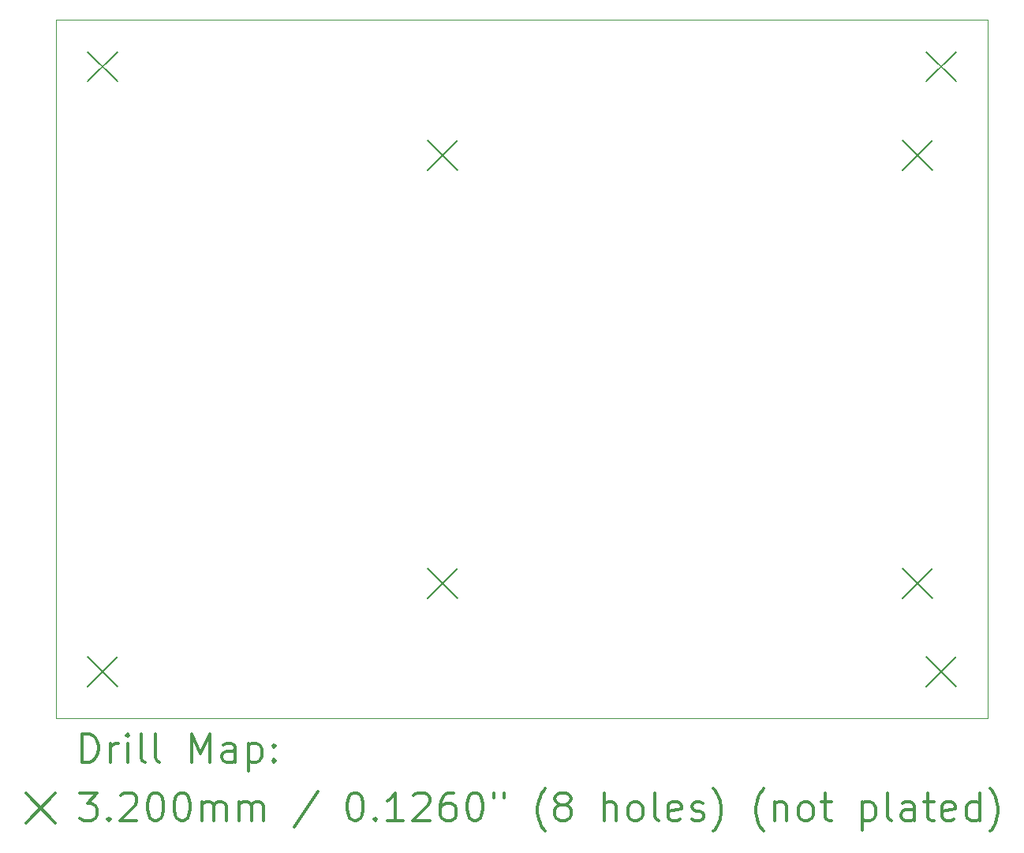
<source format=gbr>
%FSLAX45Y45*%
G04 Gerber Fmt 4.5, Leading zero omitted, Abs format (unit mm)*
G04 Created by KiCad (PCBNEW (5.1.10)-1) date 2021-12-02 13:26:13*
%MOMM*%
%LPD*%
G01*
G04 APERTURE LIST*
%TA.AperFunction,Profile*%
%ADD10C,0.050000*%
%TD*%
%ADD11C,0.200000*%
%ADD12C,0.300000*%
G04 APERTURE END LIST*
D10*
X16000000Y-14000000D02*
X16000000Y-6500000D01*
X16000000Y-14000000D02*
X6000000Y-14000000D01*
X6000000Y-6500000D02*
X6000000Y-14000000D01*
X6000000Y-6500000D02*
X16000000Y-6500000D01*
D11*
X6340000Y-6840000D02*
X6660000Y-7160000D01*
X6660000Y-6840000D02*
X6340000Y-7160000D01*
X6340000Y-13340000D02*
X6660000Y-13660000D01*
X6660000Y-13340000D02*
X6340000Y-13660000D01*
X9990000Y-7790000D02*
X10310000Y-8110000D01*
X10310000Y-7790000D02*
X9990000Y-8110000D01*
X9990000Y-12390000D02*
X10310000Y-12710000D01*
X10310000Y-12390000D02*
X9990000Y-12710000D01*
X15090000Y-7790000D02*
X15410000Y-8110000D01*
X15410000Y-7790000D02*
X15090000Y-8110000D01*
X15090000Y-12390000D02*
X15410000Y-12710000D01*
X15410000Y-12390000D02*
X15090000Y-12710000D01*
X15340000Y-6840000D02*
X15660000Y-7160000D01*
X15660000Y-6840000D02*
X15340000Y-7160000D01*
X15340000Y-13340000D02*
X15660000Y-13660000D01*
X15660000Y-13340000D02*
X15340000Y-13660000D01*
D12*
X6283928Y-14468214D02*
X6283928Y-14168214D01*
X6355357Y-14168214D01*
X6398214Y-14182500D01*
X6426786Y-14211071D01*
X6441071Y-14239643D01*
X6455357Y-14296786D01*
X6455357Y-14339643D01*
X6441071Y-14396786D01*
X6426786Y-14425357D01*
X6398214Y-14453929D01*
X6355357Y-14468214D01*
X6283928Y-14468214D01*
X6583928Y-14468214D02*
X6583928Y-14268214D01*
X6583928Y-14325357D02*
X6598214Y-14296786D01*
X6612500Y-14282500D01*
X6641071Y-14268214D01*
X6669643Y-14268214D01*
X6769643Y-14468214D02*
X6769643Y-14268214D01*
X6769643Y-14168214D02*
X6755357Y-14182500D01*
X6769643Y-14196786D01*
X6783928Y-14182500D01*
X6769643Y-14168214D01*
X6769643Y-14196786D01*
X6955357Y-14468214D02*
X6926786Y-14453929D01*
X6912500Y-14425357D01*
X6912500Y-14168214D01*
X7112500Y-14468214D02*
X7083928Y-14453929D01*
X7069643Y-14425357D01*
X7069643Y-14168214D01*
X7455357Y-14468214D02*
X7455357Y-14168214D01*
X7555357Y-14382500D01*
X7655357Y-14168214D01*
X7655357Y-14468214D01*
X7926786Y-14468214D02*
X7926786Y-14311071D01*
X7912500Y-14282500D01*
X7883928Y-14268214D01*
X7826786Y-14268214D01*
X7798214Y-14282500D01*
X7926786Y-14453929D02*
X7898214Y-14468214D01*
X7826786Y-14468214D01*
X7798214Y-14453929D01*
X7783928Y-14425357D01*
X7783928Y-14396786D01*
X7798214Y-14368214D01*
X7826786Y-14353929D01*
X7898214Y-14353929D01*
X7926786Y-14339643D01*
X8069643Y-14268214D02*
X8069643Y-14568214D01*
X8069643Y-14282500D02*
X8098214Y-14268214D01*
X8155357Y-14268214D01*
X8183928Y-14282500D01*
X8198214Y-14296786D01*
X8212500Y-14325357D01*
X8212500Y-14411071D01*
X8198214Y-14439643D01*
X8183928Y-14453929D01*
X8155357Y-14468214D01*
X8098214Y-14468214D01*
X8069643Y-14453929D01*
X8341071Y-14439643D02*
X8355357Y-14453929D01*
X8341071Y-14468214D01*
X8326786Y-14453929D01*
X8341071Y-14439643D01*
X8341071Y-14468214D01*
X8341071Y-14282500D02*
X8355357Y-14296786D01*
X8341071Y-14311071D01*
X8326786Y-14296786D01*
X8341071Y-14282500D01*
X8341071Y-14311071D01*
X5677500Y-14802500D02*
X5997500Y-15122500D01*
X5997500Y-14802500D02*
X5677500Y-15122500D01*
X6255357Y-14798214D02*
X6441071Y-14798214D01*
X6341071Y-14912500D01*
X6383928Y-14912500D01*
X6412500Y-14926786D01*
X6426786Y-14941071D01*
X6441071Y-14969643D01*
X6441071Y-15041071D01*
X6426786Y-15069643D01*
X6412500Y-15083929D01*
X6383928Y-15098214D01*
X6298214Y-15098214D01*
X6269643Y-15083929D01*
X6255357Y-15069643D01*
X6569643Y-15069643D02*
X6583928Y-15083929D01*
X6569643Y-15098214D01*
X6555357Y-15083929D01*
X6569643Y-15069643D01*
X6569643Y-15098214D01*
X6698214Y-14826786D02*
X6712500Y-14812500D01*
X6741071Y-14798214D01*
X6812500Y-14798214D01*
X6841071Y-14812500D01*
X6855357Y-14826786D01*
X6869643Y-14855357D01*
X6869643Y-14883929D01*
X6855357Y-14926786D01*
X6683928Y-15098214D01*
X6869643Y-15098214D01*
X7055357Y-14798214D02*
X7083928Y-14798214D01*
X7112500Y-14812500D01*
X7126786Y-14826786D01*
X7141071Y-14855357D01*
X7155357Y-14912500D01*
X7155357Y-14983929D01*
X7141071Y-15041071D01*
X7126786Y-15069643D01*
X7112500Y-15083929D01*
X7083928Y-15098214D01*
X7055357Y-15098214D01*
X7026786Y-15083929D01*
X7012500Y-15069643D01*
X6998214Y-15041071D01*
X6983928Y-14983929D01*
X6983928Y-14912500D01*
X6998214Y-14855357D01*
X7012500Y-14826786D01*
X7026786Y-14812500D01*
X7055357Y-14798214D01*
X7341071Y-14798214D02*
X7369643Y-14798214D01*
X7398214Y-14812500D01*
X7412500Y-14826786D01*
X7426786Y-14855357D01*
X7441071Y-14912500D01*
X7441071Y-14983929D01*
X7426786Y-15041071D01*
X7412500Y-15069643D01*
X7398214Y-15083929D01*
X7369643Y-15098214D01*
X7341071Y-15098214D01*
X7312500Y-15083929D01*
X7298214Y-15069643D01*
X7283928Y-15041071D01*
X7269643Y-14983929D01*
X7269643Y-14912500D01*
X7283928Y-14855357D01*
X7298214Y-14826786D01*
X7312500Y-14812500D01*
X7341071Y-14798214D01*
X7569643Y-15098214D02*
X7569643Y-14898214D01*
X7569643Y-14926786D02*
X7583928Y-14912500D01*
X7612500Y-14898214D01*
X7655357Y-14898214D01*
X7683928Y-14912500D01*
X7698214Y-14941071D01*
X7698214Y-15098214D01*
X7698214Y-14941071D02*
X7712500Y-14912500D01*
X7741071Y-14898214D01*
X7783928Y-14898214D01*
X7812500Y-14912500D01*
X7826786Y-14941071D01*
X7826786Y-15098214D01*
X7969643Y-15098214D02*
X7969643Y-14898214D01*
X7969643Y-14926786D02*
X7983928Y-14912500D01*
X8012500Y-14898214D01*
X8055357Y-14898214D01*
X8083928Y-14912500D01*
X8098214Y-14941071D01*
X8098214Y-15098214D01*
X8098214Y-14941071D02*
X8112500Y-14912500D01*
X8141071Y-14898214D01*
X8183928Y-14898214D01*
X8212500Y-14912500D01*
X8226786Y-14941071D01*
X8226786Y-15098214D01*
X8812500Y-14783929D02*
X8555357Y-15169643D01*
X9198214Y-14798214D02*
X9226786Y-14798214D01*
X9255357Y-14812500D01*
X9269643Y-14826786D01*
X9283928Y-14855357D01*
X9298214Y-14912500D01*
X9298214Y-14983929D01*
X9283928Y-15041071D01*
X9269643Y-15069643D01*
X9255357Y-15083929D01*
X9226786Y-15098214D01*
X9198214Y-15098214D01*
X9169643Y-15083929D01*
X9155357Y-15069643D01*
X9141071Y-15041071D01*
X9126786Y-14983929D01*
X9126786Y-14912500D01*
X9141071Y-14855357D01*
X9155357Y-14826786D01*
X9169643Y-14812500D01*
X9198214Y-14798214D01*
X9426786Y-15069643D02*
X9441071Y-15083929D01*
X9426786Y-15098214D01*
X9412500Y-15083929D01*
X9426786Y-15069643D01*
X9426786Y-15098214D01*
X9726786Y-15098214D02*
X9555357Y-15098214D01*
X9641071Y-15098214D02*
X9641071Y-14798214D01*
X9612500Y-14841071D01*
X9583928Y-14869643D01*
X9555357Y-14883929D01*
X9841071Y-14826786D02*
X9855357Y-14812500D01*
X9883928Y-14798214D01*
X9955357Y-14798214D01*
X9983928Y-14812500D01*
X9998214Y-14826786D01*
X10012500Y-14855357D01*
X10012500Y-14883929D01*
X9998214Y-14926786D01*
X9826786Y-15098214D01*
X10012500Y-15098214D01*
X10269643Y-14798214D02*
X10212500Y-14798214D01*
X10183928Y-14812500D01*
X10169643Y-14826786D01*
X10141071Y-14869643D01*
X10126786Y-14926786D01*
X10126786Y-15041071D01*
X10141071Y-15069643D01*
X10155357Y-15083929D01*
X10183928Y-15098214D01*
X10241071Y-15098214D01*
X10269643Y-15083929D01*
X10283928Y-15069643D01*
X10298214Y-15041071D01*
X10298214Y-14969643D01*
X10283928Y-14941071D01*
X10269643Y-14926786D01*
X10241071Y-14912500D01*
X10183928Y-14912500D01*
X10155357Y-14926786D01*
X10141071Y-14941071D01*
X10126786Y-14969643D01*
X10483928Y-14798214D02*
X10512500Y-14798214D01*
X10541071Y-14812500D01*
X10555357Y-14826786D01*
X10569643Y-14855357D01*
X10583928Y-14912500D01*
X10583928Y-14983929D01*
X10569643Y-15041071D01*
X10555357Y-15069643D01*
X10541071Y-15083929D01*
X10512500Y-15098214D01*
X10483928Y-15098214D01*
X10455357Y-15083929D01*
X10441071Y-15069643D01*
X10426786Y-15041071D01*
X10412500Y-14983929D01*
X10412500Y-14912500D01*
X10426786Y-14855357D01*
X10441071Y-14826786D01*
X10455357Y-14812500D01*
X10483928Y-14798214D01*
X10698214Y-14798214D02*
X10698214Y-14855357D01*
X10812500Y-14798214D02*
X10812500Y-14855357D01*
X11255357Y-15212500D02*
X11241071Y-15198214D01*
X11212500Y-15155357D01*
X11198214Y-15126786D01*
X11183928Y-15083929D01*
X11169643Y-15012500D01*
X11169643Y-14955357D01*
X11183928Y-14883929D01*
X11198214Y-14841071D01*
X11212500Y-14812500D01*
X11241071Y-14769643D01*
X11255357Y-14755357D01*
X11412500Y-14926786D02*
X11383928Y-14912500D01*
X11369643Y-14898214D01*
X11355357Y-14869643D01*
X11355357Y-14855357D01*
X11369643Y-14826786D01*
X11383928Y-14812500D01*
X11412500Y-14798214D01*
X11469643Y-14798214D01*
X11498214Y-14812500D01*
X11512500Y-14826786D01*
X11526786Y-14855357D01*
X11526786Y-14869643D01*
X11512500Y-14898214D01*
X11498214Y-14912500D01*
X11469643Y-14926786D01*
X11412500Y-14926786D01*
X11383928Y-14941071D01*
X11369643Y-14955357D01*
X11355357Y-14983929D01*
X11355357Y-15041071D01*
X11369643Y-15069643D01*
X11383928Y-15083929D01*
X11412500Y-15098214D01*
X11469643Y-15098214D01*
X11498214Y-15083929D01*
X11512500Y-15069643D01*
X11526786Y-15041071D01*
X11526786Y-14983929D01*
X11512500Y-14955357D01*
X11498214Y-14941071D01*
X11469643Y-14926786D01*
X11883928Y-15098214D02*
X11883928Y-14798214D01*
X12012500Y-15098214D02*
X12012500Y-14941071D01*
X11998214Y-14912500D01*
X11969643Y-14898214D01*
X11926786Y-14898214D01*
X11898214Y-14912500D01*
X11883928Y-14926786D01*
X12198214Y-15098214D02*
X12169643Y-15083929D01*
X12155357Y-15069643D01*
X12141071Y-15041071D01*
X12141071Y-14955357D01*
X12155357Y-14926786D01*
X12169643Y-14912500D01*
X12198214Y-14898214D01*
X12241071Y-14898214D01*
X12269643Y-14912500D01*
X12283928Y-14926786D01*
X12298214Y-14955357D01*
X12298214Y-15041071D01*
X12283928Y-15069643D01*
X12269643Y-15083929D01*
X12241071Y-15098214D01*
X12198214Y-15098214D01*
X12469643Y-15098214D02*
X12441071Y-15083929D01*
X12426786Y-15055357D01*
X12426786Y-14798214D01*
X12698214Y-15083929D02*
X12669643Y-15098214D01*
X12612500Y-15098214D01*
X12583928Y-15083929D01*
X12569643Y-15055357D01*
X12569643Y-14941071D01*
X12583928Y-14912500D01*
X12612500Y-14898214D01*
X12669643Y-14898214D01*
X12698214Y-14912500D01*
X12712500Y-14941071D01*
X12712500Y-14969643D01*
X12569643Y-14998214D01*
X12826786Y-15083929D02*
X12855357Y-15098214D01*
X12912500Y-15098214D01*
X12941071Y-15083929D01*
X12955357Y-15055357D01*
X12955357Y-15041071D01*
X12941071Y-15012500D01*
X12912500Y-14998214D01*
X12869643Y-14998214D01*
X12841071Y-14983929D01*
X12826786Y-14955357D01*
X12826786Y-14941071D01*
X12841071Y-14912500D01*
X12869643Y-14898214D01*
X12912500Y-14898214D01*
X12941071Y-14912500D01*
X13055357Y-15212500D02*
X13069643Y-15198214D01*
X13098214Y-15155357D01*
X13112500Y-15126786D01*
X13126786Y-15083929D01*
X13141071Y-15012500D01*
X13141071Y-14955357D01*
X13126786Y-14883929D01*
X13112500Y-14841071D01*
X13098214Y-14812500D01*
X13069643Y-14769643D01*
X13055357Y-14755357D01*
X13598214Y-15212500D02*
X13583928Y-15198214D01*
X13555357Y-15155357D01*
X13541071Y-15126786D01*
X13526786Y-15083929D01*
X13512500Y-15012500D01*
X13512500Y-14955357D01*
X13526786Y-14883929D01*
X13541071Y-14841071D01*
X13555357Y-14812500D01*
X13583928Y-14769643D01*
X13598214Y-14755357D01*
X13712500Y-14898214D02*
X13712500Y-15098214D01*
X13712500Y-14926786D02*
X13726786Y-14912500D01*
X13755357Y-14898214D01*
X13798214Y-14898214D01*
X13826786Y-14912500D01*
X13841071Y-14941071D01*
X13841071Y-15098214D01*
X14026786Y-15098214D02*
X13998214Y-15083929D01*
X13983928Y-15069643D01*
X13969643Y-15041071D01*
X13969643Y-14955357D01*
X13983928Y-14926786D01*
X13998214Y-14912500D01*
X14026786Y-14898214D01*
X14069643Y-14898214D01*
X14098214Y-14912500D01*
X14112500Y-14926786D01*
X14126786Y-14955357D01*
X14126786Y-15041071D01*
X14112500Y-15069643D01*
X14098214Y-15083929D01*
X14069643Y-15098214D01*
X14026786Y-15098214D01*
X14212500Y-14898214D02*
X14326786Y-14898214D01*
X14255357Y-14798214D02*
X14255357Y-15055357D01*
X14269643Y-15083929D01*
X14298214Y-15098214D01*
X14326786Y-15098214D01*
X14655357Y-14898214D02*
X14655357Y-15198214D01*
X14655357Y-14912500D02*
X14683928Y-14898214D01*
X14741071Y-14898214D01*
X14769643Y-14912500D01*
X14783928Y-14926786D01*
X14798214Y-14955357D01*
X14798214Y-15041071D01*
X14783928Y-15069643D01*
X14769643Y-15083929D01*
X14741071Y-15098214D01*
X14683928Y-15098214D01*
X14655357Y-15083929D01*
X14969643Y-15098214D02*
X14941071Y-15083929D01*
X14926786Y-15055357D01*
X14926786Y-14798214D01*
X15212500Y-15098214D02*
X15212500Y-14941071D01*
X15198214Y-14912500D01*
X15169643Y-14898214D01*
X15112500Y-14898214D01*
X15083928Y-14912500D01*
X15212500Y-15083929D02*
X15183928Y-15098214D01*
X15112500Y-15098214D01*
X15083928Y-15083929D01*
X15069643Y-15055357D01*
X15069643Y-15026786D01*
X15083928Y-14998214D01*
X15112500Y-14983929D01*
X15183928Y-14983929D01*
X15212500Y-14969643D01*
X15312500Y-14898214D02*
X15426786Y-14898214D01*
X15355357Y-14798214D02*
X15355357Y-15055357D01*
X15369643Y-15083929D01*
X15398214Y-15098214D01*
X15426786Y-15098214D01*
X15641071Y-15083929D02*
X15612500Y-15098214D01*
X15555357Y-15098214D01*
X15526786Y-15083929D01*
X15512500Y-15055357D01*
X15512500Y-14941071D01*
X15526786Y-14912500D01*
X15555357Y-14898214D01*
X15612500Y-14898214D01*
X15641071Y-14912500D01*
X15655357Y-14941071D01*
X15655357Y-14969643D01*
X15512500Y-14998214D01*
X15912500Y-15098214D02*
X15912500Y-14798214D01*
X15912500Y-15083929D02*
X15883928Y-15098214D01*
X15826786Y-15098214D01*
X15798214Y-15083929D01*
X15783928Y-15069643D01*
X15769643Y-15041071D01*
X15769643Y-14955357D01*
X15783928Y-14926786D01*
X15798214Y-14912500D01*
X15826786Y-14898214D01*
X15883928Y-14898214D01*
X15912500Y-14912500D01*
X16026786Y-15212500D02*
X16041071Y-15198214D01*
X16069643Y-15155357D01*
X16083928Y-15126786D01*
X16098214Y-15083929D01*
X16112500Y-15012500D01*
X16112500Y-14955357D01*
X16098214Y-14883929D01*
X16083928Y-14841071D01*
X16069643Y-14812500D01*
X16041071Y-14769643D01*
X16026786Y-14755357D01*
M02*

</source>
